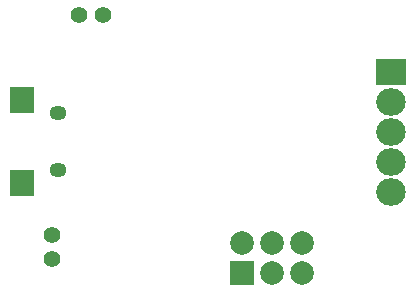
<source format=gbr>
G04 DipTrace 2.4.0.2*
%INBottomMask.gbr*%
%MOIN*%
%ADD30C,0.056*%
%ADD72R,0.0827X0.0866*%
%ADD74O,0.0571X0.0492*%
%ADD76O,0.0984X0.0906*%
%ADD78R,0.0984X0.0906*%
%ADD94C,0.0787*%
%ADD96R,0.0787X0.0787*%
%FSLAX44Y44*%
G04*
G70*
G90*
G75*
G01*
%LNBotMask*%
%LPD*%
D96*
X7630Y920D3*
D94*
X8630D3*
X9630D3*
Y1920D3*
X8630D3*
X7630D3*
D30*
X1328Y2194D3*
Y1406D3*
X3014Y9522D3*
X2226D3*
D78*
X12610Y7640D3*
D76*
Y6640D3*
Y5640D3*
Y4640D3*
Y3640D3*
D74*
X1504Y6265D3*
X1505Y4355D3*
D72*
X323Y6698D3*
Y3922D3*
M02*

</source>
